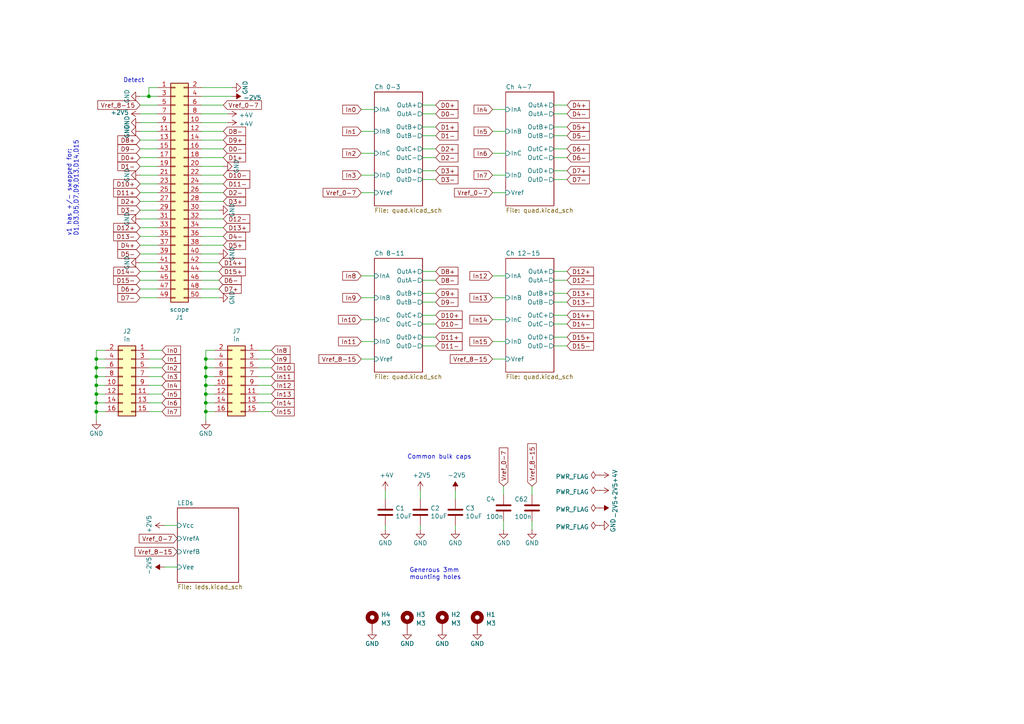
<source format=kicad_sch>
(kicad_sch (version 20230121) (generator eeschema)
  (paper "A4")
  (lib_symbols
    (symbol "Connector_Generic:Conn_02x08_Odd_Even" (pin_names (offset 1.016) hide)
      (property "Reference" "J" (at 1.27 10.16 0))
      (property "Value" "Conn_02x08_Odd_Even" (at 1.27 -12.7 0))
      (symbol "Conn_02x08_Odd_Even_1_1"
        (pin passive line (at -5.08 7.62 0) (length 3.81) (name "Pin_1") (number "1"))
        (pin passive line (at 7.62 -2.54 180) (length 3.81) (name "Pin_10") (number "10"))
        (pin passive line (at -5.08 -5.08 0) (length 3.81) (name "Pin_11") (number "11"))
        (pin passive line (at 7.62 -5.08 180) (length 3.81) (name "Pin_12") (number "12"))
        (pin passive line (at -5.08 -7.62 0) (length 3.81) (name "Pin_13") (number "13"))
        (pin passive line (at 7.62 -7.62 180) (length 3.81) (name "Pin_14") (number "14"))
        (pin passive line (at -5.08 -10.16 0) (length 3.81) (name "Pin_15") (number "15"))
        (pin passive line (at 7.62 -10.16 180) (length 3.81) (name "Pin_16") (number "16"))
        (pin passive line (at 7.62 7.62 180) (length 3.81) (name "Pin_2") (number "2"))
        (pin passive line (at -5.08 5.08 0) (length 3.81) (name "Pin_3") (number "3"))
        (pin passive line (at 7.62 5.08 180) (length 3.81) (name "Pin_4") (number "4"))
        (pin passive line (at -5.08 2.54 0) (length 3.81) (name "Pin_5") (number "5"))
        (pin passive line (at 7.62 2.54 180) (length 3.81) (name "Pin_6") (number "6"))
        (pin passive line (at -5.08 0 0) (length 3.81) (name "Pin_7") (number "7"))
        (pin passive line (at 7.62 0 180) (length 3.81) (name "Pin_8") (number "8"))
        (pin passive line (at -5.08 -2.54 0) (length 3.81) (name "Pin_9") (number "9"))
      )
    )
    (symbol "Connector_Generic:Conn_02x25_Odd_Even" (pin_names (offset 1.016) hide)
      (property "Reference" "J" (at 1.27 33.02 0))
      (property "Value" "Conn_02x25_Odd_Even" (at 1.27 -33.02 0))
      (symbol "Conn_02x25_Odd_Even_1_1"
        (pin passive line (at -5.08 30.48 0) (length 3.81) (name "Pin_1") (number "1"))
        (pin passive line (at 7.62 20.32 180) (length 3.81) (name "Pin_10") (number "10"))
        (pin passive line (at -5.08 17.78 0) (length 3.81) (name "Pin_11") (number "11"))
        (pin passive line (at 7.62 17.78 180) (length 3.81) (name "Pin_12") (number "12"))
        (pin passive line (at -5.08 15.24 0) (length 3.81) (name "Pin_13") (number "13"))
        (pin passive line (at 7.62 15.24 180) (length 3.81) (name "Pin_14") (number "14"))
        (pin passive line (at -5.08 12.7 0) (length 3.81) (name "Pin_15") (number "15"))
        (pin passive line (at 7.62 12.7 180) (length 3.81) (name "Pin_16") (number "16"))
        (pin passive line (at -5.08 10.16 0) (length 3.81) (name "Pin_17") (number "17"))
        (pin passive line (at 7.62 10.16 180) (length 3.81) (name "Pin_18") (number "18"))
        (pin passive line (at -5.08 7.62 0) (length 3.81) (name "Pin_19") (number "19"))
        (pin passive line (at 7.62 30.48 180) (length 3.81) (name "Pin_2") (number "2"))
        (pin passive line (at 7.62 7.62 180) (length 3.81) (name "Pin_20") (number "20"))
        (pin passive line (at -5.08 5.08 0) (length 3.81) (name "Pin_21") (number "21"))
        (pin passive line (at 7.62 5.08 180) (length 3.81) (name "Pin_22") (number "22"))
        (pin passive line (at -5.08 2.54 0) (length 3.81) (name "Pin_23") (number "23"))
        (pin passive line (at 7.62 2.54 180) (length 3.81) (name "Pin_24") (number "24"))
        (pin passive line (at -5.08 0 0) (length 3.81) (name "Pin_25") (number "25"))
        (pin passive line (at 7.62 0 180) (length 3.81) (name "Pin_26") (number "26"))
        (pin passive line (at -5.08 -2.54 0) (length 3.81) (name "Pin_27") (number "27"))
        (pin passive line (at 7.62 -2.54 180) (length 3.81) (name "Pin_28") (number "28"))
        (pin passive line (at -5.08 -5.08 0) (length 3.81) (name "Pin_29") (number "29"))
        (pin passive line (at -5.08 27.94 0) (length 3.81) (name "Pin_3") (number "3"))
        (pin passive line (at 7.62 -5.08 180) (length 3.81) (name "Pin_30") (number "30"))
        (pin passive line (at -5.08 -7.62 0) (length 3.81) (name "Pin_31") (number "31"))
        (pin passive line (at 7.62 -7.62 180) (length 3.81) (name "Pin_32") (number "32"))
        (pin passive line (at -5.08 -10.16 0) (length 3.81) (name "Pin_33") (number "33"))
        (pin passive line (at 7.62 -10.16 180) (length 3.81) (name "Pin_34") (number "34"))
        (pin passive line (at -5.08 -12.7 0) (length 3.81) (name "Pin_35") (number "35"))
        (pin passive line (at 7.62 -12.7 180) (length 3.81) (name "Pin_36") (number "36"))
        (pin passive line (at -5.08 -15.24 0) (length 3.81) (name "Pin_37") (number "37"))
        (pin passive line (at 7.62 -15.24 180) (length 3.81) (name "Pin_38") (number "38"))
        (pin passive line (at -5.08 -17.78 0) (length 3.81) (name "Pin_39") (number "39"))
        (pin passive line (at 7.62 27.94 180) (length 3.81) (name "Pin_4") (number "4"))
        (pin passive line (at 7.62 -17.78 180) (length 3.81) (name "Pin_40") (number "40"))
        (pin passive line (at -5.08 -20.32 0) (length 3.81) (name "Pin_41") (number "41"))
        (pin passive line (at 7.62 -20.32 180) (length 3.81) (name "Pin_42") (number "42"))
        (pin passive line (at -5.08 -22.86 0) (length 3.81) (name "Pin_43") (number "43"))
        (pin passive line (at 7.62 -22.86 180) (length 3.81) (name "Pin_44") (number "44"))
        (pin passive line (at -5.08 -25.4 0) (length 3.81) (name "Pin_45") (number "45"))
        (pin passive line (at 7.62 -25.4 180) (length 3.81) (name "Pin_46") (number "46"))
        (pin passive line (at -5.08 -27.94 0) (length 3.81) (name "Pin_47") (number "47"))
        (pin passive line (at 7.62 -27.94 180) (length 3.81) (name "Pin_48") (number "48"))
        (pin passive line (at -5.08 -30.48 0) (length 3.81) (name "Pin_49") (number "49"))
        (pin passive line (at -5.08 25.4 0) (length 3.81) (name "Pin_5") (number "5"))
        (pin passive line (at 7.62 -30.48 180) (length 3.81) (name "Pin_50") (number "50"))
        (pin passive line (at 7.62 25.4 180) (length 3.81) (name "Pin_6") (number "6"))
        (pin passive line (at -5.08 22.86 0) (length 3.81) (name "Pin_7") (number "7"))
        (pin passive line (at 7.62 22.86 180) (length 3.81) (name "Pin_8") (number "8"))
        (pin passive line (at -5.08 20.32 0) (length 3.81) (name "Pin_9") (number "9"))
      )
    )
    (symbol "Device:C" (pin_numbers hide) (pin_names (offset 0.254))
      (property "Reference" "C" (at 0.635 2.54 0))
      (property "Value" "C" (at 0.635 -2.54 0))
      (symbol "C_1_1"
        (pin passive line (at 0 3.81 270) (length 2.794) (name "~") (number "1"))
        (pin passive line (at 0 -3.81 90) (length 2.794) (name "~") (number "2"))
      )
    )
    (symbol "Mechanical:MountingHole_Pad" (pin_numbers hide) (pin_names (offset 1.016) hide)
      (property "Reference" "H" (at 0 6.35 0))
      (property "Value" "MountingHole_Pad" (at 0 4.445 0))
      (symbol "MountingHole_Pad_1_1"
        (pin input line (at 0 -2.54 90) (length 2.54) (name "1") (number "1"))
      )
    )
    (symbol "power:+2V5" (power) (pin_names (offset 0))
      (property "Value" "+2V5" (at 0 3.556 0))
      (symbol "+2V5_1_1"
        (pin power_in line (at 0 0 90) (length 0) hide (name "+2V5") (number "1"))
      )
    )
    (symbol "power:+4V" (power) (pin_names (offset 0))
      (property "Value" "+4V" (at 0 3.556 0))
      (symbol "+4V_1_1"
        (pin power_in line (at 0 0 90) (length 0) hide (name "+4V") (number "1"))
      )
    )
    (symbol "power:-2V5" (power) (pin_names (offset 0))
      (property "Value" "-2V5" (at 0 3.81 0))
      (symbol "-2V5_0_0"
        (pin power_in line (at 0 0 90) (length 0) hide (name "-2V5") (number "1"))
      )
    )
    (symbol "power:GND" (power) (pin_names (offset 0))
      (property "Value" "GND" (at 0 -3.81 0))
      (symbol "GND_1_1"
        (pin power_in line (at 0 0 270) (length 0) hide (name "GND") (number "1"))
      )
    )
    (symbol "power:PWR_FLAG" (power) (pin_numbers hide) (pin_names (offset 0) hide)
      (property "Value" "PWR_FLAG" (at 0 3.81 0))
      (symbol "PWR_FLAG_0_0"
        (pin power_out line (at 0 0 90) (length 0) (name "pwr") (number "1"))
      )
    )
  )
  (junction (at 59.69 114.3))
  (junction (at 27.94 114.3))
  (junction (at 27.94 104.14))
  (junction (at 27.94 119.38))
  (junction (at 59.69 109.22))
  (junction (at 59.69 116.84))
  (junction (at 59.69 104.14))
  (junction (at 59.69 119.38))
  (junction (at 27.94 109.22))
  (junction (at 27.94 116.84))
  (junction (at 59.69 106.68))
  (junction (at 59.69 111.76))
  (junction (at 43.18 27.94))
  (junction (at 27.94 111.76))
  (junction (at 27.94 106.68))
  (wire (pts (xy 164.465 100.33) (xy 160.655 100.33)))
  (wire (pts (xy 46.99 111.76) (xy 43.18 111.76)))
  (wire (pts (xy 160.655 49.53) (xy 164.465 49.53)))
  (wire (pts (xy 46.99 101.6) (xy 43.18 101.6)))
  (wire (pts (xy 126.365 100.33) (xy 122.555 100.33)))
  (wire (pts (xy 59.69 101.6) (xy 59.69 104.14)))
  (wire (pts (xy 160.655 30.48) (xy 164.465 30.48)))
  (wire (pts (xy 58.42 78.74) (xy 63.5 78.74)))
  (wire (pts (xy 160.655 43.18) (xy 164.465 43.18)))
  (wire (pts (xy 40.64 43.18) (xy 45.72 43.18)))
  (wire (pts (xy 164.465 81.28) (xy 160.655 81.28)))
  (wire (pts (xy 126.365 33.02) (xy 122.555 33.02)))
  (wire (pts (xy 27.94 119.38) (xy 27.94 121.92)))
  (wire (pts (xy 40.64 66.04) (xy 45.72 66.04)))
  (wire (pts (xy 27.94 104.14) (xy 27.94 106.68)))
  (wire (pts (xy 146.05 153.67) (xy 146.05 151.13)))
  (wire (pts (xy 43.18 119.38) (xy 46.99 119.38)))
  (wire (pts (xy 46.99 109.22) (xy 43.18 109.22)))
  (wire (pts (xy 43.18 104.14) (xy 46.99 104.14)))
  (wire (pts (xy 132.08 142.24) (xy 132.08 144.78)))
  (wire (pts (xy 27.94 106.68) (xy 27.94 109.22)))
  (wire (pts (xy 122.555 97.79) (xy 126.365 97.79)))
  (wire (pts (xy 27.94 111.76) (xy 27.94 114.3)))
  (wire (pts (xy 164.465 93.98) (xy 160.655 93.98)))
  (wire (pts (xy 63.5 73.66) (xy 58.42 73.66)))
  (wire (pts (xy 64.77 30.48) (xy 58.42 30.48)))
  (wire (pts (xy 30.48 104.14) (xy 27.94 104.14)))
  (wire (pts (xy 40.64 58.42) (xy 45.72 58.42)))
  (wire (pts (xy 121.92 142.24) (xy 121.92 144.78)))
  (wire (pts (xy 160.655 91.44) (xy 164.465 91.44)))
  (wire (pts (xy 146.685 92.71) (xy 142.875 92.71)))
  (wire (pts (xy 160.655 85.09) (xy 164.465 85.09)))
  (wire (pts (xy 67.31 25.4) (xy 58.42 25.4)))
  (wire (pts (xy 45.72 81.28) (xy 40.64 81.28)))
  (wire (pts (xy 142.875 80.01) (xy 146.685 80.01)))
  (wire (pts (xy 122.555 91.44) (xy 126.365 91.44)))
  (wire (pts (xy 62.23 109.22) (xy 59.69 109.22)))
  (wire (pts (xy 126.365 39.37) (xy 122.555 39.37)))
  (wire (pts (xy 63.5 81.28) (xy 58.42 81.28)))
  (wire (pts (xy 45.72 40.64) (xy 40.64 40.64)))
  (wire (pts (xy 58.42 71.12) (xy 64.77 71.12)))
  (wire (pts (xy 146.685 99.06) (xy 142.875 99.06)))
  (wire (pts (xy 160.655 97.79) (xy 164.465 97.79)))
  (wire (pts (xy 64.77 38.1) (xy 58.42 38.1)))
  (wire (pts (xy 27.94 109.22) (xy 27.94 111.76)))
  (wire (pts (xy 146.05 140.97) (xy 146.05 143.51)))
  (wire (pts (xy 59.69 106.68) (xy 59.69 109.22)))
  (wire (pts (xy 62.23 116.84) (xy 59.69 116.84)))
  (wire (pts (xy 43.18 116.84) (xy 46.99 116.84)))
  (wire (pts (xy 40.64 76.2) (xy 45.72 76.2)))
  (wire (pts (xy 121.92 153.67) (xy 121.92 152.4)))
  (wire (pts (xy 62.23 104.14) (xy 59.69 104.14)))
  (wire (pts (xy 59.69 104.14) (xy 59.69 106.68)))
  (wire (pts (xy 40.64 35.56) (xy 45.72 35.56)))
  (wire (pts (xy 27.94 101.6) (xy 27.94 104.14)))
  (wire (pts (xy 108.585 92.71) (xy 104.775 92.71)))
  (wire (pts (xy 62.23 114.3) (xy 59.69 114.3)))
  (wire (pts (xy 43.18 106.68) (xy 46.99 106.68)))
  (wire (pts (xy 64.77 63.5) (xy 58.42 63.5)))
  (wire (pts (xy 111.76 142.24) (xy 111.76 144.78)))
  (wire (pts (xy 46.99 114.3) (xy 43.18 114.3)))
  (wire (pts (xy 30.48 116.84) (xy 27.94 116.84)))
  (wire (pts (xy 43.18 25.4) (xy 43.18 27.94)))
  (wire (pts (xy 62.23 111.76) (xy 59.69 111.76)))
  (wire (pts (xy 27.94 114.3) (xy 27.94 116.84)))
  (wire (pts (xy 47.625 164.465) (xy 51.435 164.465)))
  (wire (pts (xy 45.72 60.96) (xy 40.64 60.96)))
  (wire (pts (xy 142.875 31.75) (xy 146.685 31.75)))
  (wire (pts (xy 40.64 63.5) (xy 45.72 63.5)))
  (wire (pts (xy 58.42 45.72) (xy 64.77 45.72)))
  (wire (pts (xy 40.64 30.48) (xy 45.72 30.48)))
  (wire (pts (xy 64.77 68.58) (xy 58.42 68.58)))
  (wire (pts (xy 45.72 73.66) (xy 40.64 73.66)))
  (wire (pts (xy 78.74 101.6) (xy 74.93 101.6)))
  (wire (pts (xy 104.775 104.14) (xy 108.585 104.14)))
  (wire (pts (xy 45.72 86.36) (xy 40.64 86.36)))
  (wire (pts (xy 45.72 68.58) (xy 40.64 68.58)))
  (wire (pts (xy 164.465 39.37) (xy 160.655 39.37)))
  (wire (pts (xy 104.775 55.88) (xy 108.585 55.88)))
  (wire (pts (xy 45.72 27.94) (xy 43.18 27.94)))
  (wire (pts (xy 104.775 50.8) (xy 108.585 50.8)))
  (wire (pts (xy 104.775 80.01) (xy 108.585 80.01)))
  (wire (pts (xy 122.555 49.53) (xy 126.365 49.53)))
  (wire (pts (xy 111.76 152.4) (xy 111.76 153.67)))
  (wire (pts (xy 122.555 36.83) (xy 126.365 36.83)))
  (wire (pts (xy 30.48 119.38) (xy 27.94 119.38)))
  (wire (pts (xy 30.48 109.22) (xy 27.94 109.22)))
  (wire (pts (xy 164.465 33.02) (xy 160.655 33.02)))
  (wire (pts (xy 58.42 33.02) (xy 66.04 33.02)))
  (wire (pts (xy 126.365 52.07) (xy 122.555 52.07)))
  (wire (pts (xy 40.64 83.82) (xy 45.72 83.82)))
  (wire (pts (xy 30.48 111.76) (xy 27.94 111.76)))
  (wire (pts (xy 59.69 109.22) (xy 59.69 111.76)))
  (wire (pts (xy 126.365 93.98) (xy 122.555 93.98)))
  (wire (pts (xy 45.72 25.4) (xy 43.18 25.4)))
  (wire (pts (xy 108.585 86.36) (xy 104.775 86.36)))
  (wire (pts (xy 40.64 48.26) (xy 45.72 48.26)))
  (wire (pts (xy 142.875 38.1) (xy 146.685 38.1)))
  (wire (pts (xy 132.08 152.4) (xy 132.08 153.67)))
  (wire (pts (xy 64.77 50.8) (xy 58.42 50.8)))
  (wire (pts (xy 108.585 38.1) (xy 104.775 38.1)))
  (wire (pts (xy 126.365 81.28) (xy 122.555 81.28)))
  (wire (pts (xy 146.685 50.8) (xy 142.875 50.8)))
  (wire (pts (xy 78.74 109.22) (xy 74.93 109.22)))
  (wire (pts (xy 59.69 114.3) (xy 59.69 116.84)))
  (wire (pts (xy 63.5 76.2) (xy 58.42 76.2)))
  (wire (pts (xy 67.31 27.94) (xy 58.42 27.94)))
  (wire (pts (xy 58.42 53.34) (xy 64.77 53.34)))
  (wire (pts (xy 43.18 27.94) (xy 40.64 27.94)))
  (wire (pts (xy 40.64 50.8) (xy 45.72 50.8)))
  (wire (pts (xy 160.655 78.74) (xy 164.465 78.74)))
  (wire (pts (xy 74.93 116.84) (xy 78.74 116.84)))
  (wire (pts (xy 59.69 116.84) (xy 59.69 119.38)))
  (wire (pts (xy 66.04 35.56) (xy 58.42 35.56)))
  (wire (pts (xy 63.5 86.36) (xy 58.42 86.36)))
  (wire (pts (xy 58.42 83.82) (xy 63.5 83.82)))
  (wire (pts (xy 59.69 119.38) (xy 59.69 121.92)))
  (wire (pts (xy 126.365 30.48) (xy 122.555 30.48)))
  (wire (pts (xy 40.64 38.1) (xy 45.72 38.1)))
  (wire (pts (xy 45.72 45.72) (xy 40.64 45.72)))
  (wire (pts (xy 63.5 60.96) (xy 58.42 60.96)))
  (wire (pts (xy 146.685 44.45) (xy 142.875 44.45)))
  (wire (pts (xy 126.365 45.72) (xy 122.555 45.72)))
  (wire (pts (xy 30.48 106.68) (xy 27.94 106.68)))
  (wire (pts (xy 62.23 106.68) (xy 59.69 106.68)))
  (wire (pts (xy 58.42 66.04) (xy 64.77 66.04)))
  (wire (pts (xy 164.465 45.72) (xy 160.655 45.72)))
  (wire (pts (xy 146.685 104.14) (xy 142.875 104.14)))
  (wire (pts (xy 142.875 86.36) (xy 146.685 86.36)))
  (wire (pts (xy 146.685 55.88) (xy 142.875 55.88)))
  (wire (pts (xy 108.585 44.45) (xy 104.775 44.45)))
  (wire (pts (xy 78.74 111.76) (xy 74.93 111.76)))
  (wire (pts (xy 45.72 55.88) (xy 40.64 55.88)))
  (wire (pts (xy 164.465 87.63) (xy 160.655 87.63)))
  (wire (pts (xy 122.555 85.09) (xy 126.365 85.09)))
  (wire (pts (xy 45.72 53.34) (xy 40.64 53.34)))
  (wire (pts (xy 154.305 140.97) (xy 154.305 143.51)))
  (wire (pts (xy 78.74 114.3) (xy 74.93 114.3)))
  (wire (pts (xy 104.775 31.75) (xy 108.585 31.75)))
  (wire (pts (xy 45.72 33.02) (xy 40.64 33.02)))
  (wire (pts (xy 126.365 87.63) (xy 122.555 87.63)))
  (wire (pts (xy 104.775 99.06) (xy 108.585 99.06)))
  (wire (pts (xy 59.69 111.76) (xy 59.69 114.3)))
  (wire (pts (xy 27.94 116.84) (xy 27.94 119.38)))
  (wire (pts (xy 126.365 78.74) (xy 122.555 78.74)))
  (wire (pts (xy 62.23 119.38) (xy 59.69 119.38)))
  (wire (pts (xy 74.93 106.68) (xy 78.74 106.68)))
  (wire (pts (xy 154.305 153.67) (xy 154.305 151.13)))
  (wire (pts (xy 40.64 71.12) (xy 45.72 71.12)))
  (wire (pts (xy 64.77 55.88) (xy 58.42 55.88)))
  (wire (pts (xy 58.42 58.42) (xy 64.77 58.42)))
  (wire (pts (xy 40.64 78.74) (xy 45.72 78.74)))
  (wire (pts (xy 164.465 52.07) (xy 160.655 52.07)))
  (wire (pts (xy 160.655 36.83) (xy 164.465 36.83)))
  (wire (pts (xy 64.77 48.26) (xy 58.42 48.26)))
  (wire (pts (xy 30.48 101.6) (xy 27.94 101.6)))
  (wire (pts (xy 58.42 40.64) (xy 64.77 40.64)))
  (wire (pts (xy 74.93 104.14) (xy 78.74 104.14)))
  (wire (pts (xy 64.77 43.18) (xy 58.42 43.18)))
  (wire (pts (xy 122.555 43.18) (xy 126.365 43.18)))
  (wire (pts (xy 47.625 152.4) (xy 51.435 152.4)))
  (wire (pts (xy 74.93 119.38) (xy 78.74 119.38)))
  (wire (pts (xy 62.23 101.6) (xy 59.69 101.6)))
  (wire (pts (xy 30.48 114.3) (xy 27.94 114.3)))
  (text "Common bulk caps" (at 118.11 133.35 0) (effects (font (size 1.27 1.27)) (justify left bottom)))
  (text "v1 has +/- swapped for:\nD1,D3,D5,D7,D9,D13,D14,D15" (at 22.86 68.58 90) (effects (font (size 1.27 1.27)) (justify left bottom)))
  (text "Generous 3mm \nmounting holes" (at 118.745 168.275 0) (effects (font (size 1.27 1.27)) (justify left bottom)))
  (text "Detect" (at 41.91 24.13 0) (effects (font (size 1.27 1.27)) (justify right bottom)))
  (global_label "D8-" (shape input) (at 64.77 38.1 0) (property "Intersheetrefs" "${INTERSHEET_REFS}" (effects hide)) (property "Referenzen zwischen Schaltplänen" "${INTERSHEET_REFS}" (effects hide)))
  (global_label "In15" (shape input) (at 142.875 99.06 180) (property "Intersheetrefs" "${INTERSHEET_REFS}" (effects hide)) (property "Referenzen zwischen Schaltplänen" "${INTERSHEET_REFS}" (effects hide)))
  (global_label "In14" (shape input) (at 142.875 92.71 180) (property "Intersheetrefs" "${INTERSHEET_REFS}" (effects hide)) (property "Referenzen zwischen Schaltplänen" "${INTERSHEET_REFS}" (effects hide)))
  (global_label "In4" (shape input) (at 46.99 111.76 0) (property "Intersheetrefs" "${INTERSHEET_REFS}" (effects hide)) (property "Referenzen zwischen Schaltplänen" "${INTERSHEET_REFS}" (effects hide)))
  (global_label "In7" (shape input) (at 142.875 50.8 180) (property "Intersheetrefs" "${INTERSHEET_REFS}" (effects hide)) (property "Referenzen zwischen Schaltplänen" "${INTERSHEET_REFS}" (effects hide)))
  (global_label "D15-" (shape input) (at 40.64 81.28 180) (property "Intersheetrefs" "${INTERSHEET_REFS}" (effects hide)) (property "Referenzen zwischen Schaltplänen" "${INTERSHEET_REFS}" (effects hide)))
  (global_label "D14-" (shape input) (at 164.465 93.98 0) (property "Intersheetrefs" "${INTERSHEET_REFS}" (effects hide)) (property "Referenzen zwischen Schaltplänen" "${INTERSHEET_REFS}" (effects hide)))
  (global_label "D12-" (shape input) (at 164.465 81.28 0) (property "Intersheetrefs" "${INTERSHEET_REFS}" (effects hide)) (property "Referenzen zwischen Schaltplänen" "${INTERSHEET_REFS}" (effects hide)))
  (global_label "D6+" (shape input) (at 40.64 83.82 180) (property "Intersheetrefs" "${INTERSHEET_REFS}" (effects hide)) (property "Referenzen zwischen Schaltplänen" "${INTERSHEET_REFS}" (effects hide)))
  (global_label "D13+" (shape input) (at 164.465 85.09 0) (property "Intersheetrefs" "${INTERSHEET_REFS}" (effects hide)) (property "Referenzen zwischen Schaltplänen" "${INTERSHEET_REFS}" (effects hide)))
  (global_label "In14" (shape input) (at 78.74 116.84 0) (property "Intersheetrefs" "${INTERSHEET_REFS}" (effects hide)) (property "Referenzen zwischen Schaltplänen" "${INTERSHEET_REFS}" (effects hide)))
  (global_label "In12" (shape input) (at 78.74 111.76 0) (property "Intersheetrefs" "${INTERSHEET_REFS}" (effects hide)) (property "Referenzen zwischen Schaltplänen" "${INTERSHEET_REFS}" (effects hide)))
  (global_label "D10+" (shape input) (at 126.365 91.44 0) (property "Intersheetrefs" "${INTERSHEET_REFS}" (effects hide)) (property "Referenzen zwischen Schaltplänen" "${INTERSHEET_REFS}" (effects hide)))
  (global_label "D13+" (shape input) (at 64.77 66.04 0) (property "Intersheetrefs" "${INTERSHEET_REFS}" (effects hide)) (property "Referenzen zwischen Schaltplänen" "${INTERSHEET_REFS}" (effects hide)))
  (global_label "D10+" (shape input) (at 40.64 53.34 180) (property "Intersheetrefs" "${INTERSHEET_REFS}" (effects hide)) (property "Referenzen zwischen Schaltplänen" "${INTERSHEET_REFS}" (effects hide)))
  (global_label "D12+" (shape input) (at 40.64 66.04 180) (property "Intersheetrefs" "${INTERSHEET_REFS}" (effects hide)) (property "Referenzen zwischen Schaltplänen" "${INTERSHEET_REFS}" (effects hide)))
  (global_label "D9+" (shape input) (at 126.365 85.09 0) (property "Intersheetrefs" "${INTERSHEET_REFS}" (effects hide)) (property "Referenzen zwischen Schaltplänen" "${INTERSHEET_REFS}" (effects hide)))
  (global_label "In5" (shape input) (at 142.875 38.1 180) (property "Intersheetrefs" "${INTERSHEET_REFS}" (effects hide)) (property "Referenzen zwischen Schaltplänen" "${INTERSHEET_REFS}" (effects hide)))
  (global_label "In15" (shape input) (at 78.74 119.38 0) (property "Intersheetrefs" "${INTERSHEET_REFS}" (effects hide)) (property "Referenzen zwischen Schaltplänen" "${INTERSHEET_REFS}" (effects hide)))
  (global_label "D4-" (shape input) (at 164.465 33.02 0) (property "Intersheetrefs" "${INTERSHEET_REFS}" (effects hide)) (property "Referenzen zwischen Schaltplänen" "${INTERSHEET_REFS}" (effects hide)))
  (global_label "In10" (shape input) (at 78.74 106.68 0) (property "Intersheetrefs" "${INTERSHEET_REFS}" (effects hide)) (property "Referenzen zwischen Schaltplänen" "${INTERSHEET_REFS}" (effects hide)))
  (global_label "D0+" (shape input) (at 126.365 30.48 0) (property "Intersheetrefs" "${INTERSHEET_REFS}" (effects hide)) (property "Referenzen zwischen Schaltplänen" "${INTERSHEET_REFS}" (effects hide)))
  (global_label "D1-" (shape input) (at 126.365 39.37 0) (property "Intersheetrefs" "${INTERSHEET_REFS}" (effects hide)) (property "Referenzen zwischen Schaltplänen" "${INTERSHEET_REFS}" (effects hide)))
  (global_label "In11" (shape input) (at 104.775 99.06 180) (property "Intersheetrefs" "${INTERSHEET_REFS}" (effects hide)) (property "Referenzen zwischen Schaltplänen" "${INTERSHEET_REFS}" (effects hide)))
  (global_label "D2+" (shape input) (at 40.64 58.42 180) (property "Intersheetrefs" "${INTERSHEET_REFS}" (effects hide)) (property "Referenzen zwischen Schaltplänen" "${INTERSHEET_REFS}" (effects hide)))
  (global_label "In9" (shape input) (at 104.775 86.36 180) (property "Intersheetrefs" "${INTERSHEET_REFS}" (effects hide)) (property "Referenzen zwischen Schaltplänen" "${INTERSHEET_REFS}" (effects hide)))
  (global_label "In12" (shape input) (at 142.875 80.01 180) (property "Intersheetrefs" "${INTERSHEET_REFS}" (effects hide)) (property "Referenzen zwischen Schaltplänen" "${INTERSHEET_REFS}" (effects hide)))
  (global_label "In5" (shape input) (at 46.99 114.3 0) (property "Intersheetrefs" "${INTERSHEET_REFS}" (effects hide)) (property "Referenzen zwischen Schaltplänen" "${INTERSHEET_REFS}" (effects hide)))
  (global_label "In4" (shape input) (at 142.875 31.75 180) (property "Intersheetrefs" "${INTERSHEET_REFS}" (effects hide)) (property "Referenzen zwischen Schaltplänen" "${INTERSHEET_REFS}" (effects hide)))
  (global_label "D6-" (shape input) (at 164.465 45.72 0) (property "Intersheetrefs" "${INTERSHEET_REFS}" (effects hide)) (property "Referenzen zwischen Schaltplänen" "${INTERSHEET_REFS}" (effects hide)))
  (global_label "D5+" (shape input) (at 64.77 71.12 0) (property "Intersheetrefs" "${INTERSHEET_REFS}" (effects hide)) (property "Referenzen zwischen Schaltplänen" "${INTERSHEET_REFS}" (effects hide)))
  (global_label "D5-" (shape input) (at 164.465 39.37 0) (property "Intersheetrefs" "${INTERSHEET_REFS}" (effects hide)) (property "Referenzen zwischen Schaltplänen" "${INTERSHEET_REFS}" (effects hide)))
  (global_label "D5+" (shape input) (at 164.465 36.83 0) (property "Intersheetrefs" "${INTERSHEET_REFS}" (effects hide)) (property "Referenzen zwischen Schaltplänen" "${INTERSHEET_REFS}" (effects hide)))
  (global_label "In2" (shape input) (at 104.775 44.45 180) (property "Intersheetrefs" "${INTERSHEET_REFS}" (effects hide)) (property "Referenzen zwischen Schaltplänen" "${INTERSHEET_REFS}" (effects hide)))
  (global_label "D5-" (shape input) (at 40.64 73.66 180) (property "Intersheetrefs" "${INTERSHEET_REFS}" (effects hide)) (property "Referenzen zwischen Schaltplänen" "${INTERSHEET_REFS}" (effects hide)))
  (global_label "D3+" (shape input) (at 126.365 49.53 0) (property "Intersheetrefs" "${INTERSHEET_REFS}" (effects hide)) (property "Referenzen zwischen Schaltplänen" "${INTERSHEET_REFS}" (effects hide)))
  (global_label "D14+" (shape input) (at 63.5 76.2 0) (property "Intersheetrefs" "${INTERSHEET_REFS}" (effects hide)) (property "Referenzen zwischen Schaltplänen" "${INTERSHEET_REFS}" (effects hide)))
  (global_label "In6" (shape input) (at 142.875 44.45 180) (property "Intersheetrefs" "${INTERSHEET_REFS}" (effects hide)) (property "Referenzen zwischen Schaltplänen" "${INTERSHEET_REFS}" (effects hide)))
  (global_label "Vref_8-15" (shape input) (at 104.775 104.14 180) (property "Intersheetrefs" "${INTERSHEET_REFS}" (effects hide)) (property "Referenzen zwischen Schaltplänen" "${INTERSHEET_REFS}" (effects hide)))
  (global_label "D11-" (shape input) (at 126.365 100.33 0) (property "Intersheetrefs" "${INTERSHEET_REFS}" (effects hide)) (property "Referenzen zwischen Schaltplänen" "${INTERSHEET_REFS}" (effects hide)))
  (global_label "In7" (shape input) (at 46.99 119.38 0) (property "Intersheetrefs" "${INTERSHEET_REFS}" (effects hide)) (property "Referenzen zwischen Schaltplänen" "${INTERSHEET_REFS}" (effects hide)))
  (global_label "D2-" (shape input) (at 126.365 45.72 0) (property "Intersheetrefs" "${INTERSHEET_REFS}" (effects hide)) (property "Referenzen zwischen Schaltplänen" "${INTERSHEET_REFS}" (effects hide)))
  (global_label "Vref_8-15" (shape input) (at 51.435 160.02 180) (property "Intersheetrefs" "${INTERSHEET_REFS}" (effects hide)) (property "Referenzen zwischen Schaltplänen" "${INTERSHEET_REFS}" (effects hide)))
  (global_label "D4-" (shape input) (at 64.77 68.58 0) (property "Intersheetrefs" "${INTERSHEET_REFS}" (effects hide)) (property "Referenzen zwischen Schaltplänen" "${INTERSHEET_REFS}" (effects hide)))
  (global_label "D13-" (shape input) (at 164.465 87.63 0) (property "Intersheetrefs" "${INTERSHEET_REFS}" (effects hide)) (property "Referenzen zwischen Schaltplänen" "${INTERSHEET_REFS}" (effects hide)))
  (global_label "D8+" (shape input) (at 40.64 40.64 180) (property "Intersheetrefs" "${INTERSHEET_REFS}" (effects hide)) (property "Referenzen zwischen Schaltplänen" "${INTERSHEET_REFS}" (effects hide)))
  (global_label "D7-" (shape input) (at 164.465 52.07 0) (property "Intersheetrefs" "${INTERSHEET_REFS}" (effects hide)) (property "Referenzen zwischen Schaltplänen" "${INTERSHEET_REFS}" (effects hide)))
  (global_label "Vref_8-15" (shape input) (at 142.875 104.14 180) (property "Intersheetrefs" "${INTERSHEET_REFS}" (effects hide)) (property "Referenzen zwischen Schaltplänen" "${INTERSHEET_REFS}" (effects hide)))
  (global_label "D4+" (shape input) (at 164.465 30.48 0) (property "Intersheetrefs" "${INTERSHEET_REFS}" (effects hide)) (property "Referenzen zwischen Schaltplänen" "${INTERSHEET_REFS}" (effects hide)))
  (global_label "D0+" (shape input) (at 40.64 45.72 180) (property "Intersheetrefs" "${INTERSHEET_REFS}" (effects hide)) (property "Referenzen zwischen Schaltplänen" "${INTERSHEET_REFS}" (effects hide)))
  (global_label "D4+" (shape input) (at 40.64 71.12 180) (property "Intersheetrefs" "${INTERSHEET_REFS}" (effects hide)) (property "Referenzen zwischen Schaltplänen" "${INTERSHEET_REFS}" (effects hide)))
  (global_label "D8+" (shape input) (at 126.365 78.74 0) (property "Intersheetrefs" "${INTERSHEET_REFS}" (effects hide)) (property "Referenzen zwischen Schaltplänen" "${INTERSHEET_REFS}" (effects hide)))
  (global_label "In1" (shape input) (at 104.775 38.1 180) (property "Intersheetrefs" "${INTERSHEET_REFS}" (effects hide)) (property "Referenzen zwischen Schaltplänen" "${INTERSHEET_REFS}" (effects hide)))
  (global_label "In13" (shape input) (at 78.74 114.3 0) (property "Intersheetrefs" "${INTERSHEET_REFS}" (effects hide)) (property "Referenzen zwischen Schaltplänen" "${INTERSHEET_REFS}" (effects hide)))
  (global_label "In0" (shape input) (at 104.775 31.75 180) (property "Intersheetrefs" "${INTERSHEET_REFS}" (effects hide)) (property "Referenzen zwischen Schaltplänen" "${INTERSHEET_REFS}" (effects hide)))
  (global_label "D2-" (shape input) (at 64.77 55.88 0) (property "Intersheetrefs" "${INTERSHEET_REFS}" (effects hide)) (property "Referenzen zwischen Schaltplänen" "${INTERSHEET_REFS}" (effects hide)))
  (global_label "Vref_0-7" (shape input) (at 104.775 55.88 180) (property "Intersheetrefs" "${INTERSHEET_REFS}" (effects hide)) (property "Referenzen zwischen Schaltplänen" "${INTERSHEET_REFS}" (effects hide)))
  (global_label "Vref_0-7" (shape input) (at 64.77 30.48 0) (property "Intersheetrefs" "${INTERSHEET_REFS}" (effects hide)) (property "Referenzen zwischen Schaltplänen" "${INTERSHEET_REFS}" (effects hide)))
  (global_label "In6" (shape input) (at 46.99 116.84 0) (property "Intersheetrefs" "${INTERSHEET_REFS}" (effects hide)) (property "Referenzen zwischen Schaltplänen" "${INTERSHEET_REFS}" (effects hide)))
  (global_label "D12-" (shape input) (at 64.77 63.5 0) (property "Intersheetrefs" "${INTERSHEET_REFS}" (effects hide)) (property "Referenzen zwischen Schaltplänen" "${INTERSHEET_REFS}" (effects hide)))
  (global_label "D3+" (shape input) (at 64.77 58.42 0) (property "Intersheetrefs" "${INTERSHEET_REFS}" (effects hide)) (property "Referenzen zwischen Schaltplänen" "${INTERSHEET_REFS}" (effects hide)))
  (global_label "D9-" (shape input) (at 40.64 43.18 180) (property "Intersheetrefs" "${INTERSHEET_REFS}" (effects hide)) (property "Referenzen zwischen Schaltplänen" "${INTERSHEET_REFS}" (effects hide)))
  (global_label "D1+" (shape input) (at 64.77 45.72 0) (property "Intersheetrefs" "${INTERSHEET_REFS}" (effects hide)) (property "Referenzen zwischen Schaltplänen" "${INTERSHEET_REFS}" (effects hide)))
  (global_label "D14-" (shape input) (at 40.64 78.74 180) (property "Intersheetrefs" "${INTERSHEET_REFS}" (effects hide)) (property "Referenzen zwischen Schaltplänen" "${INTERSHEET_REFS}" (effects hide)))
  (global_label "D11+" (shape input) (at 40.64 55.88 180) (property "Intersheetrefs" "${INTERSHEET_REFS}" (effects hide)) (property "Referenzen zwischen Schaltplänen" "${INTERSHEET_REFS}" (effects hide)))
  (global_label "Vref_0-7" (shape input) (at 146.05 140.97 90) (property "Intersheetrefs" "${INTERSHEET_REFS}" (effects hide)) (property "Referenzen zwischen Schaltplänen" "${INTERSHEET_REFS}" (effects hide)))
  (global_label "D10-" (shape input) (at 126.365 93.98 0) (property "Intersheetrefs" "${INTERSHEET_REFS}" (effects hide)) (property "Referenzen zwischen Schaltplänen" "${INTERSHEET_REFS}" (effects hide)))
  (global_label "In11" (shape input) (at 78.74 109.22 0) (property "Intersheetrefs" "${INTERSHEET_REFS}" (effects hide)) (property "Referenzen zwischen Schaltplänen" "${INTERSHEET_REFS}" (effects hide)))
  (global_label "D2+" (shape input) (at 126.365 43.18 0) (property "Intersheetrefs" "${INTERSHEET_REFS}" (effects hide)) (property "Referenzen zwischen Schaltplänen" "${INTERSHEET_REFS}" (effects hide)))
  (global_label "D15+" (shape input) (at 164.465 97.79 0) (property "Intersheetrefs" "${INTERSHEET_REFS}" (effects hide)) (property "Referenzen zwischen Schaltplänen" "${INTERSHEET_REFS}" (effects hide)))
  (global_label "Vref_0-7" (shape input) (at 142.875 55.88 180) (property "Intersheetrefs" "${INTERSHEET_REFS}" (effects hide)) (property "Referenzen zwischen Schaltplänen" "${INTERSHEET_REFS}" (effects hide)))
  (global_label "In10" (shape input) (at 104.775 92.71 180) (property "Intersheetrefs" "${INTERSHEET_REFS}" (effects hide)) (property "Referenzen zwischen Schaltplänen" "${INTERSHEET_REFS}" (effects hide)))
  (global_label "Vref_8-15" (shape input) (at 154.305 140.97 90) (property "Intersheetrefs" "${INTERSHEET_REFS}" (effects hide)) (property "Referenzen zwischen Schaltplänen" "${INTERSHEET_REFS}" (effects hide)))
  (global_label "In3" (shape input) (at 46.99 109.22 0) (property "Intersheetrefs" "${INTERSHEET_REFS}" (effects hide)) (property "Referenzen zwischen Schaltplänen" "${INTERSHEET_REFS}" (effects hide)))
  (global_label "D11-" (shape input) (at 64.77 53.34 0) (property "Intersheetrefs" "${INTERSHEET_REFS}" (effects hide)) (property "Referenzen zwischen Schaltplänen" "${INTERSHEET_REFS}" (effects hide)))
  (global_label "D0-" (shape input) (at 64.77 43.18 0) (property "Intersheetrefs" "${INTERSHEET_REFS}" (effects hide)) (property "Referenzen zwischen Schaltplänen" "${INTERSHEET_REFS}" (effects hide)))
  (global_label "D3-" (shape input) (at 40.64 60.96 180) (property "Intersheetrefs" "${INTERSHEET_REFS}" (effects hide)) (property "Referenzen zwischen Schaltplänen" "${INTERSHEET_REFS}" (effects hide)))
  (global_label "D9+" (shape input) (at 64.77 40.64 0) (property "Intersheetrefs" "${INTERSHEET_REFS}" (effects hide)) (property "Referenzen zwischen Schaltplänen" "${INTERSHEET_REFS}" (effects hide)))
  (global_label "D13-" (shape input) (at 40.64 68.58 180) (property "Intersheetrefs" "${INTERSHEET_REFS}" (effects hide)) (property "Referenzen zwischen Schaltplänen" "${INTERSHEET_REFS}" (effects hide)))
  (global_label "D1-" (shape input) (at 40.64 48.26 180) (property "Intersheetrefs" "${INTERSHEET_REFS}" (effects hide)) (property "Referenzen zwischen Schaltplänen" "${INTERSHEET_REFS}" (effects hide)))
  (global_label "D11+" (shape input) (at 126.365 97.79 0) (property "Intersheetrefs" "${INTERSHEET_REFS}" (effects hide)) (property "Referenzen zwischen Schaltplänen" "${INTERSHEET_REFS}" (effects hide)))
  (global_label "D7+" (shape input) (at 164.465 49.53 0) (property "Intersheetrefs" "${INTERSHEET_REFS}" (effects hide)) (property "Referenzen zwischen Schaltplänen" "${INTERSHEET_REFS}" (effects hide)))
  (global_label "D10-" (shape input) (at 64.77 50.8 0) (property "Intersheetrefs" "${INTERSHEET_REFS}" (effects hide)) (property "Referenzen zwischen Schaltplänen" "${INTERSHEET_REFS}" (effects hide)))
  (global_label "D15-" (shape input) (at 164.465 100.33 0) (property "Intersheetrefs" "${INTERSHEET_REFS}" (effects hide)) (property "Referenzen zwischen Schaltplänen" "${INTERSHEET_REFS}" (effects hide)))
  (global_label "D3-" (shape input) (at 126.365 52.07 0) (property "Intersheetrefs" "${INTERSHEET_REFS}" (effects hide)) (property "Referenzen zwischen Schaltplänen" "${INTERSHEET_REFS}" (effects hide)))
  (global_label "D9-" (shape input) (at 126.365 87.63 0) (property "Intersheetrefs" "${INTERSHEET_REFS}" (effects hide)) (property "Referenzen zwischen Schaltplänen" "${INTERSHEET_REFS}" (effects hide)))
  (global_label "D7-" (shape input) (at 40.64 86.36 180) (property "Intersheetrefs" "${INTERSHEET_REFS}" (effects hide)) (property "Referenzen zwischen Schaltplänen" "${INTERSHEET_REFS}" (effects hide)))
  (global_label "In1" (shape input) (at 46.99 104.14 0) (property "Intersheetrefs" "${INTERSHEET_REFS}" (effects hide)) (property "Referenzen zwischen Schaltplänen" "${INTERSHEET_REFS}" (effects hide)))
  (global_label "In8" (shape input) (at 104.775 80.01 180) (property "Intersheetrefs" "${INTERSHEET_REFS}" (effects hide)) (property "Referenzen zwischen Schaltplänen" "${INTERSHEET_REFS}" (effects hide)))
  (global_label "Vref_0-7" (shape input) (at 51.435 156.21 180) (property "Intersheetrefs" "${INTERSHEET_REFS}" (effects hide)) (property "Referenzen zwischen Schaltplänen" "${INTERSHEET_REFS}" (effects hide)))
  (global_label "In3" (shape input) (at 104.775 50.8 180) (property "Intersheetrefs" "${INTERSHEET_REFS}" (effects hide)) (property "Referenzen zwischen Schaltplänen" "${INTERSHEET_REFS}" (effects hide)))
  (global_label "In9" (shape input) (at 78.74 104.14 0) (property "Intersheetrefs" "${INTERSHEET_REFS}" (effects hide)) (property "Referenzen zwischen Schaltplänen" "${INTERSHEET_REFS}" (effects hide)))
  (global_label "In13" (shape input) (at 142.875 86.36 180) (property "Intersheetrefs" "${INTERSHEET_REFS}" (effects hide)) (property "Referenzen zwischen Schaltplänen" "${INTERSHEET_REFS}" (effects hide)))
  (global_label "In8" (shape input) (at 78.74 101.6 0) (property "Intersheetrefs" "${INTERSHEET_REFS}" (effects hide)) (property "Referenzen zwischen Schaltplänen" "${INTERSHEET_REFS}" (effects hide)))
  (global_label "Vref_8-15" (shape input) (at 40.64 30.48 180) (property "Intersheetrefs" "${INTERSHEET_REFS}" (effects hide)) (property "Referenzen zwischen Schaltplänen" "${INTERSHEET_REFS}" (effects hide)))
  (global_label "D15+" (shape input) (at 63.5 78.74 0) (property "Intersheetrefs" "${INTERSHEET_REFS}" (effects hide)) (property "Referenzen zwischen Schaltplänen" "${INTERSHEET_REFS}" (effects hide)))
  (global_label "D6+" (shape input) (at 164.465 43.18 0) (property "Intersheetrefs" "${INTERSHEET_REFS}" (effects hide)) (property "Referenzen zwischen Schaltplänen" "${INTERSHEET_REFS}" (effects hide)))
  (global_label "D12+" (shape input) (at 164.465 78.74 0) (property "Intersheetrefs" "${INTERSHEET_REFS}" (effects hide)) (property "Referenzen zwischen Schaltplänen" "${INTERSHEET_REFS}" (effects hide)))
  (global_label "In0" (shape input) (at 46.99 101.6 0) (property "Intersheetrefs" "${INTERSHEET_REFS}" (effects hide)) (property "Referenzen zwischen Schaltplänen" "${INTERSHEET_REFS}" (effects hide)))
  (global_label "D7+" (shape input) (at 63.5 83.82 0) (property "Intersheetrefs" "${INTERSHEET_REFS}" (effects hide)) (property "Referenzen zwischen Schaltplänen" "${INTERSHEET_REFS}" (effects hide)))
  (global_label "D14+" (shape input) (at 164.465 91.44 0) (property "Intersheetrefs" "${INTERSHEET_REFS}" (effects hide)) (property "Referenzen zwischen Schaltplänen" "${INTERSHEET_REFS}" (effects hide)))
  (global_label "D0-" (shape input) (at 126.365 33.02 0) (property "Intersheetrefs" "${INTERSHEET_REFS}" (effects hide)) (property "Referenzen zwischen Schaltplänen" "${INTERSHEET_REFS}" (effects hide)))
  (global_label "D6-" (shape input) (at 63.5 81.28 0) (property "Intersheetrefs" "${INTERSHEET_REFS}" (effects hide)) (property "Referenzen zwischen Schaltplänen" "${INTERSHEET_REFS}" (effects hide)))
  (global_label "D1+" (shape input) (at 126.365 36.83 0) (property "Intersheetrefs" "${INTERSHEET_REFS}" (effects hide)) (property "Referenzen zwischen Schaltplänen" "${INTERSHEET_REFS}" (effects hide)))
  (global_label "D8-" (shape input) (at 126.365 81.28 0) (property "Intersheetrefs" "${INTERSHEET_REFS}" (effects hide)) (property "Referenzen zwischen Schaltplänen" "${INTERSHEET_REFS}" (effects hide)))
  (global_label "In2" (shape input) (at 46.99 106.68 0) (property "Intersheetrefs" "${INTERSHEET_REFS}" (effects hide)) (property "Referenzen zwischen Schaltplänen" "${INTERSHEET_REFS}" (effects hide)))
  (symbol (lib_id "Connector_Generic:Conn_02x08_Odd_Even") (at 38.1 109.22 0) (mirror y) (unit 1)
    (property "Reference" "J2" (at 36.83 96.0882 0))
    (property "Value" "in" (at 36.83 98.3996 0))
    (property "Footprint" "Connector_PinSocket_2.54mm:PinSocket_2x08_P2.54mm_Vertical" (effects hide))
  )
  (symbol (lib_id "Device:C") (at 111.76 148.59 0) (unit 1)
    (property "Reference" "C1" (at 114.681 147.4216 0) (effects (justify left)))
    (property "Value" "10uF" (at 114.681 149.733 0) (effects (justify left)))
    (property "Footprint" "Capacitor_SMD:C_0805_2012Metric" (effects hide))
  )
  (symbol (lib_id "Device:C") (at 121.92 148.59 0) (unit 1)
    (property "Reference" "C2" (at 124.841 147.4216 0) (effects (justify left)))
    (property "Value" "10uF" (at 124.841 149.733 0) (effects (justify left)))
    (property "Footprint" "Capacitor_SMD:C_0805_2012Metric" (effects hide))
  )
  (symbol (lib_id "Device:C") (at 132.08 148.59 0) (unit 1)
    (property "Reference" "C3" (at 135.001 147.4216 0) (effects (justify left)))
    (property "Value" "10uF" (at 135.001 149.733 0) (effects (justify left)))
    (property "Footprint" "Capacitor_SMD:C_0805_2012Metric" (effects hide))
  )
  (symbol (lib_id "power:GND") (at 111.76 153.67 0) (unit 1)
    (property "Reference" "#PWR0111" (effects hide))
    (property "Value" "GND" (at 111.76 157.48 0))
  )
  (symbol (lib_id "power:GND") (at 121.92 153.67 0) (unit 1)
    (property "Reference" "#PWR0118" (effects hide))
    (property "Value" "GND" (at 121.92 157.48 0))
  )
  (symbol (lib_id "power:GND") (at 132.08 153.67 0) (unit 1)
    (property "Reference" "#PWR0117" (effects hide))
    (property "Value" "GND" (at 132.08 157.48 0))
  )
  (symbol (lib_id "power:+4V") (at 111.76 142.24 0) (unit 1)
    (property "Reference" "#PWR013" (effects hide))
    (property "Value" "+4V" (at 112.141 137.8458 0))
  )
  (symbol (lib_id "power:+2V5") (at 121.92 142.24 0) (unit 1)
    (property "Reference" "#PWR017" (effects hide))
    (property "Value" "+2V5" (at 122.301 137.8458 0))
  )
  (symbol (lib_id "power:-2V5") (at 132.08 142.24 0) (unit 1)
    (property "Reference" "#PWR0101" (effects hide))
    (property "Value" "-2V5" (at 132.461 137.8458 0))
  )
  (symbol (lib_id "Device:C") (at 146.05 147.32 0) (unit 1)
    (property "Reference" "C4" (at 140.97 144.78 0) (effects (justify left)))
    (property "Value" "100n" (at 140.97 149.86 0) (effects (justify left)))
    (property "Footprint" "Capacitor_SMD:C_0603_1608Metric" (effects hide))
  )
  (symbol (lib_id "power:GND") (at 146.05 153.67 0) (unit 1)
    (property "Reference" "#PWR0116" (effects hide))
    (property "Value" "GND" (at 146.05 157.48 0))
  )
  (symbol (lib_id "power:GND") (at 27.94 121.92 0) (mirror y) (unit 1)
    (property "Reference" "#PWR0134" (effects hide))
    (property "Value" "GND" (at 27.94 125.73 0))
  )
  (symbol (lib_id "power:+2V5") (at 47.625 152.4 90) (unit 1)
    (property "Reference" "#PWR011" (effects hide))
    (property "Value" "+2V5" (at 43.2308 152.019 0))
  )
  (symbol (lib_id "power:-2V5") (at 47.625 164.465 90) (unit 1)
    (property "Reference" "#PWR0112" (effects hide))
    (property "Value" "-2V5" (at 43.2308 164.084 0))
  )
  (symbol (lib_id "power:GND") (at 67.31 25.4 90) (unit 1)
    (property "Reference" "#PWR0126" (effects hide))
    (property "Value" "GND" (at 71.12 25.4 0))
  )
  (symbol (lib_id "power:GND") (at 40.64 27.94 270) (unit 1)
    (property "Reference" "#PWR0122" (effects hide))
    (property "Value" "GND" (at 36.83 27.94 0))
  )
  (symbol (lib_id "power:GND") (at 138.43 182.88 0) (unit 1)
    (property "Reference" "#PWR0110" (effects hide))
    (property "Value" "GND" (at 138.43 186.69 0))
  )
  (symbol (lib_id "power:PWR_FLAG") (at 173.99 152.4 90) (unit 1)
    (property "Reference" "#FLG0104" (effects hide))
    (property "Value" "PWR_FLAG" (at 170.8151 152.8338 90) (effects (justify left)))
  )
  (symbol (lib_id "Connector_Generic:Conn_02x25_Odd_Even") (at 50.8 55.88 0) (unit 1)
    (property "Reference" "J1" (at 52.07 92.075 0))
    (property "Value" "scope" (at 52.07 89.7636 0))
    (property "Footprint" "Connector_IDC:IDC-Header_2x25_P2.54mm_Vertical" (effects hide))
  )
  (symbol (lib_id "Device:C") (at 154.305 147.32 0) (unit 1)
    (property "Reference" "C62" (at 149.225 144.78 0) (effects (justify left)))
    (property "Value" "100n" (at 149.225 149.86 0) (effects (justify left)))
    (property "Footprint" "Capacitor_SMD:C_0603_1608Metric" (effects hide))
  )
  (symbol (lib_id "power:PWR_FLAG") (at 173.99 147.32 90) (unit 1)
    (property "Reference" "#FLG0103" (effects hide))
    (property "Value" "PWR_FLAG" (at 170.8151 147.7538 90) (effects (justify left)))
  )
  (symbol (lib_id "Mechanical:MountingHole_Pad") (at 128.27 180.34 0) (unit 1)
    (property "Reference" "H2" (at 130.81 178.2353 0) (effects (justify left)))
    (property "Value" "M3" (at 130.81 180.7722 0) (effects (justify left)))
    (property "Footprint" "MountingHole:MountingHole_3.2mm_M3_Pad_Via" (effects hide))
  )
  (symbol (lib_id "power:GND") (at 63.5 73.66 90) (unit 1)
    (property "Reference" "#PWR0127" (effects hide))
    (property "Value" "GND" (at 67.31 73.66 0))
  )
  (symbol (lib_id "power:PWR_FLAG") (at 173.99 137.795 90) (unit 1)
    (property "Reference" "#FLG0101" (effects hide))
    (property "Value" "PWR_FLAG" (at 170.8151 138.2288 90) (effects (justify left)))
  )
  (symbol (lib_id "power:GND") (at 128.27 182.88 0) (unit 1)
    (property "Reference" "#PWR0109" (effects hide))
    (property "Value" "GND" (at 128.27 186.69 0))
  )
  (symbol (lib_id "power:GND") (at 107.95 182.88 0) (unit 1)
    (property "Reference" "#PWR0106" (effects hide))
    (property "Value" "GND" (at 107.95 186.69 0))
  )
  (symbol (lib_id "power:GND") (at 64.77 48.26 90) (unit 1)
    (property "Reference" "#PWR0125" (effects hide))
    (property "Value" "GND" (at 68.58 48.26 0))
  )
  (symbol (lib_id "Connector_Generic:Conn_02x08_Odd_Even") (at 69.85 109.22 0) (mirror y) (unit 1)
    (property "Reference" "J7" (at 68.58 96.0882 0))
    (property "Value" "in" (at 68.58 98.3996 0))
    (property "Footprint" "Connector_PinSocket_2.54mm:PinSocket_2x08_P2.54mm_Vertical" (effects hide))
  )
  (symbol (lib_id "power:+2V5") (at 173.99 142.24 270) (unit 1)
    (property "Reference" "#PWR0248" (effects hide))
    (property "Value" "+2V5" (at 178.3842 142.621 0))
  )
  (symbol (lib_id "power:+4V") (at 66.04 35.56 270) (unit 1)
    (property "Reference" "#PWR0128" (effects hide))
    (property "Value" "+4V" (at 69.2912 35.941 90) (effects (justify left)))
  )
  (symbol (lib_id "power:GND") (at 40.64 35.56 270) (unit 1)
    (property "Reference" "#PWR0119" (effects hide))
    (property "Value" "GND" (at 36.83 35.56 0))
  )
  (symbol (lib_id "Mechanical:MountingHole_Pad") (at 138.43 180.34 0) (unit 1)
    (property "Reference" "H1" (at 140.97 178.2353 0) (effects (justify left)))
    (property "Value" "M3" (at 140.97 180.7722 0) (effects (justify left)))
    (property "Footprint" "MountingHole:MountingHole_3.2mm_M3_Pad_Via" (effects hide))
  )
  (symbol (lib_id "Mechanical:MountingHole_Pad") (at 107.95 180.34 0) (unit 1)
    (property "Reference" "H4" (at 110.49 178.2353 0) (effects (justify left)))
    (property "Value" "M3" (at 110.49 180.7722 0) (effects (justify left)))
    (property "Footprint" "MountingHole:MountingHole_3.2mm_M3_Pad_Via" (effects hide))
  )
  (symbol (lib_id "power:+4V") (at 66.04 33.02 270) (unit 1)
    (property "Reference" "#PWR0129" (effects hide))
    (property "Value" "+4V" (at 69.2912 33.401 90) (effects (justify left)))
  )
  (symbol (lib_id "power:GND") (at 63.5 60.96 90) (unit 1)
    (property "Reference" "#PWR0124" (effects hide))
    (property "Value" "GND" (at 67.31 60.96 0))
  )
  (symbol (lib_id "power:GND") (at 40.64 63.5 270) (unit 1)
    (property "Reference" "#PWR0131" (effects hide))
    (property "Value" "GND" (at 36.83 63.5 0))
  )
  (symbol (lib_id "power:GND") (at 63.5 86.36 90) (unit 1)
    (property "Reference" "#PWR0123" (effects hide))
    (property "Value" "GND" (at 67.31 86.36 0))
  )
  (symbol (lib_id "power:GND") (at 40.64 76.2 270) (unit 1)
    (property "Reference" "#PWR0133" (effects hide))
    (property "Value" "GND" (at 36.83 76.2 0))
  )
  (symbol (lib_id "power:+4V") (at 173.99 137.795 270) (unit 1)
    (property "Reference" "#PWR0245" (effects hide))
    (property "Value" "+4V" (at 178.3842 138.176 0))
  )
  (symbol (lib_id "power:GND") (at 40.64 38.1 270) (unit 1)
    (property "Reference" "#PWR0120" (effects hide))
    (property "Value" "GND" (at 36.83 38.1 0))
  )
  (symbol (lib_id "power:GND") (at 173.99 152.4 90) (unit 1)
    (property "Reference" "#PWR0246" (effects hide))
    (property "Value" "GND" (at 177.8 152.4 0))
  )
  (symbol (lib_id "Mechanical:MountingHole_Pad") (at 118.11 180.34 0) (unit 1)
    (property "Reference" "H3" (at 120.65 178.2353 0) (effects (justify left)))
    (property "Value" "M3" (at 120.65 180.7722 0) (effects (justify left)))
    (property "Footprint" "MountingHole:MountingHole_3.2mm_M3_Pad_Via" (effects hide))
  )
  (symbol (lib_id "power:PWR_FLAG") (at 173.99 142.24 90) (unit 1)
    (property "Reference" "#FLG0102" (effects hide))
    (property "Value" "PWR_FLAG" (at 170.8151 142.6738 90) (effects (justify left)))
  )
  (symbol (lib_id "power:GND") (at 118.11 182.88 0) (unit 1)
    (property "Reference" "#PWR0104" (effects hide))
    (property "Value" "GND" (at 118.11 186.69 0))
  )
  (symbol (lib_id "power:GND") (at 40.64 50.8 270) (unit 1)
    (property "Reference" "#PWR0121" (effects hide))
    (property "Value" "GND" (at 36.83 50.8 0))
  )
  (symbol (lib_id "power:-2V5") (at 67.31 27.94 270) (unit 1)
    (property "Reference" "#PWR0105" (effects hide))
    (property "Value" "-2V5" (at 70.5612 28.321 90) (effects (justify left)))
  )
  (symbol (lib_id "power:GND") (at 154.305 153.67 0) (unit 1)
    (property "Reference" "#PWR0113" (effects hide))
    (property "Value" "GND" (at 154.305 157.48 0))
  )
  (symbol (lib_id "power:GND") (at 59.69 121.92 0) (mirror y) (unit 1)
    (property "Reference" "#PWR0135" (effects hide))
    (property "Value" "GND" (at 59.69 125.73 0))
  )
  (symbol (lib_id "power:-2V5") (at 173.99 147.32 270) (unit 1)
    (property "Reference" "#PWR0103" (effects hide))
    (property "Value" "-2V5" (at 178.3842 147.701 0))
  )
  (symbol (lib_id "power:+2V5") (at 40.64 33.02 90) (unit 1)
    (property "Reference" "#PWR0132" (effects hide))
    (property "Value" "+2V5" (at 37.3888 32.639 90) (effects (justify left)))
  )
  (sheet (at 108.585 26.67) (size 13.97 33.02)
    (property "Sheetname" "Ch 0-3" (at 108.585 25.9584 0) (effects (justify left bottom)))
    (property "Sheetfile" "quad.kicad_sch" (at 108.585 60.2746 0) (effects (justify left top)))
    (pin "InA" input (at 108.585 31.75 180))
    (pin "InB" input (at 108.585 38.1 180))
    (pin "InC" input (at 108.585 44.45 180))
    (pin "InD" input (at 108.585 50.8 180))
    (pin "Vref" input (at 108.585 55.88 180))
    (pin "OutA+" output (at 122.555 30.48 0))
    (pin "OutA-" output (at 122.555 33.02 0))
    (pin "OutB+" output (at 122.555 36.83 0))
    (pin "OutB-" output (at 122.555 39.37 0))
    (pin "OutC+" output (at 122.555 43.18 0))
    (pin "OutC-" output (at 122.555 45.72 0))
    (pin "OutD+" output (at 122.555 49.53 0))
    (pin "OutD-" output (at 122.555 52.07 0))
  )
  (sheet (at 146.685 26.67) (size 13.97 33.02)
    (property "Sheetname" "Ch 4-7" (at 146.685 25.9584 0) (effects (justify left bottom)))
    (property "Sheetfile" "quad.kicad_sch" (at 146.685 60.2746 0) (effects (justify left top)))
    (pin "InA" input (at 146.685 31.75 180))
    (pin "InB" input (at 146.685 38.1 180))
    (pin "InC" input (at 146.685 44.45 180))
    (pin "InD" input (at 146.685 50.8 180))
    (pin "Vref" input (at 146.685 55.88 180))
    (pin "OutA+" output (at 160.655 30.48 0))
    (pin "OutA-" output (at 160.655 33.02 0))
    (pin "OutB+" output (at 160.655 36.83 0))
    (pin "OutB-" output (at 160.655 39.37 0))
    (pin "OutC+" output (at 160.655 43.18 0))
    (pin "OutC-" output (at 160.655 45.72 0))
    (pin "OutD+" output (at 160.655 49.53 0))
    (pin "OutD-" output (at 160.655 52.07 0))
  )
  (sheet (at 51.435 147.32) (size 17.78 21.59)
    (property "Sheetname" "LEDs" (at 51.435 146.6084 0) (effects (justify left bottom)))
    (property "Sheetfile" "leds.kicad_sch" (at 51.435 169.4946 0) (effects (justify left top)))
    (pin "Vcc" input (at 51.435 152.4 180))
    (pin "Vee" input (at 51.435 164.465 180))
    (pin "VrefA" input (at 51.435 156.21 180))
    (pin "VrefB" input (at 51.435 160.02 180))
  )
  (sheet (at 108.585 74.93) (size 13.97 33.02)
    (property "Sheetname" "Ch 8-11" (at 108.585 74.2184 0) (effects (justify left bottom)))
    (property "Sheetfile" "quad.kicad_sch" (at 108.585 108.5346 0) (effects (justify left top)))
    (pin "InA" input (at 108.585 80.01 180))
    (pin "InB" input (at 108.585 86.36 180))
    (pin "InC" input (at 108.585 92.71 180))
    (pin "InD" input (at 108.585 99.06 180))
    (pin "Vref" input (at 108.585 104.14 180))
    (pin "OutA+" output (at 122.555 78.74 0))
    (pin "OutA-" output (at 122.555 81.28 0))
    (pin "OutB+" output (at 122.555 85.09 0))
    (pin "OutB-" output (at 122.555 87.63 0))
    (pin "OutC+" output (at 122.555 91.44 0))
    (pin "OutC-" output (at 122.555 93.98 0))
    (pin "OutD+" output (at 122.555 97.79 0))
    (pin "OutD-" output (at 122.555 100.33 0))
  )
  (sheet (at 146.685 74.93) (size 13.97 33.02)
    (property "Sheetname" "Ch 12-15" (at 146.685 74.2184 0) (effects (justify left bottom)))
    (property "Sheetfile" "quad.kicad_sch" (at 146.685 108.5346 0) (effects (justify left top)))
    (pin "InA" input (at 146.685 80.01 180))
    (pin "InB" input (at 146.685 86.36 180))
    (pin "InC" input (at 146.685 92.71 180))
    (pin "InD" input (at 146.685 99.06 180))
    (pin "Vref" input (at 146.685 104.14 180))
    (pin "OutA+" output (at 160.655 78.74 0))
    (pin "OutA-" output (at 160.655 81.28 0))
    (pin "OutB+" output (at 160.655 85.09 0))
    (pin "OutB-" output (at 160.655 87.63 0))
    (pin "OutC+" output (at 160.655 91.44 0))
    (pin "OutC-" output (at 160.655 93.98 0))
    (pin "OutD+" output (at 160.655 97.79 0))
    (pin "OutD-" output (at 160.655 100.33 0))
  )
)
</source>
